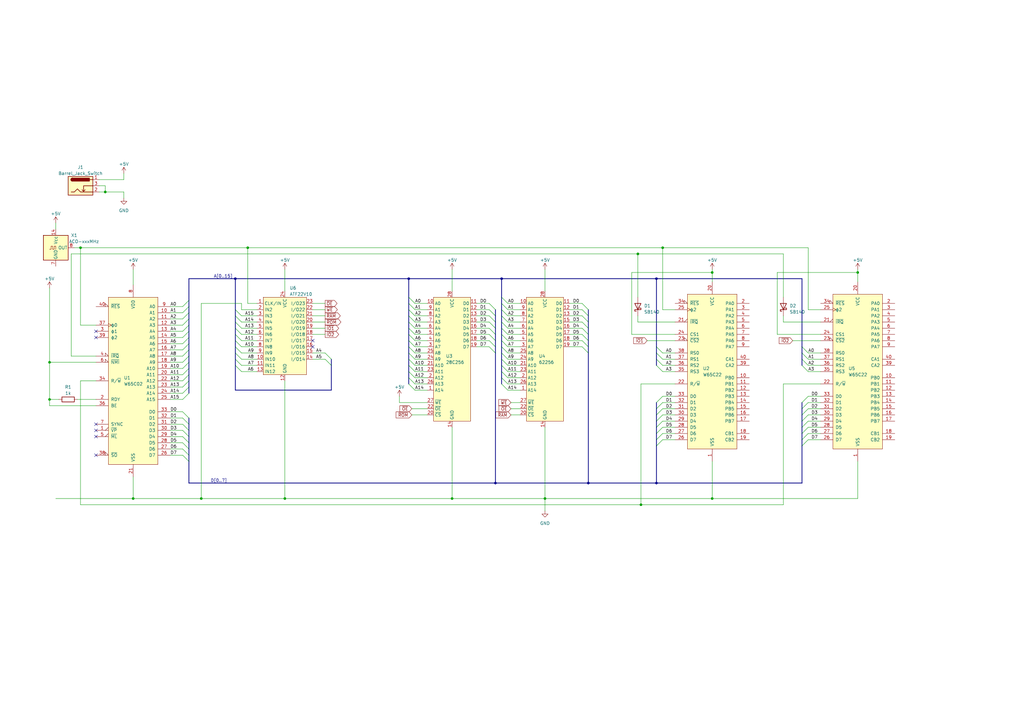
<source format=kicad_sch>
(kicad_sch (version 20230121) (generator eeschema)
  (paper "A3")
  (lib_symbols
    (symbol "28C256_1"
      (property "Reference" "U3" (at 1.9559 29.21 0))
      (property "Value" "28C256" (at 1.9559 26.67 0))
      (symbol "28C256_1_1_1"
        (rectangle (start -7.62 25.4) (end 7.62 -25.4) (fill (type background)))
        (pin input line (at -10.16 -12.7 0) (length 2.54) (name "A14") (number "1"))
        (pin input line (at -10.16 22.86 0) (length 2.54) (name "A0") (number "10"))
        (pin tri_state line (at 10.16 22.86 180) (length 2.54) (name "D0") (number "11"))
        (pin tri_state line (at 10.16 20.32 180) (length 2.54) (name "D1") (number "12"))
        (pin tri_state line (at 10.16 17.78 180) (length 2.54) (name "D2") (number "13"))
        (pin power_in line (at 0 -27.94 90) (length 2.54) (name "GND") (number "14"))
        (pin tri_state line (at 10.16 15.24 180) (length 2.54) (name "D3") (number "15"))
        (pin tri_state line (at 10.16 12.7 180) (length 2.54) (name "D4") (number "16"))
        (pin tri_state line (at 10.16 10.16 180) (length 2.54) (name "D5") (number "17"))
        (pin tri_state line (at 10.16 7.62 180) (length 2.54) (name "D6") (number "18"))
        (pin tri_state line (at 10.16 5.08 180) (length 2.54) (name "D7") (number "19"))
        (pin input line (at -10.16 -7.62 0) (length 2.54) (name "A12") (number "2"))
        (pin input line (at -10.16 -22.86 0) (length 2.54) (name "~{CS}") (number "20"))
        (pin input line (at -10.16 -2.54 0) (length 2.54) (name "A10") (number "21"))
        (pin input line (at -10.16 -20.32 0) (length 2.54) (name "~{OE}") (number "22"))
        (pin input line (at -10.16 -5.08 0) (length 2.54) (name "A11") (number "23"))
        (pin input line (at -10.16 0 0) (length 2.54) (name "A9") (number "24"))
        (pin input line (at -10.16 2.54 0) (length 2.54) (name "A8") (number "25"))
        (pin input line (at -10.16 -10.16 0) (length 2.54) (name "A13") (number "26"))
        (pin input line (at -10.16 -17.78 0) (length 2.54) (name "~{WE}") (number "27"))
        (pin power_in line (at 0 27.94 270) (length 2.54) (name "VCC") (number "28"))
        (pin input line (at -10.16 5.08 0) (length 2.54) (name "A7") (number "3"))
        (pin input line (at -10.16 7.62 0) (length 2.54) (name "A6") (number "4"))
        (pin input line (at -10.16 10.16 0) (length 2.54) (name "A5") (number "5"))
        (pin input line (at -10.16 12.7 0) (length 2.54) (name "A4") (number "6"))
        (pin input line (at -10.16 15.24 0) (length 2.54) (name "A3") (number "7"))
        (pin input line (at -10.16 17.78 0) (length 2.54) (name "A2") (number "8"))
        (pin input line (at -10.16 20.32 0) (length 2.54) (name "A1") (number "9"))
      )
    )
    (symbol "65xx Library:W65C02SxP" (pin_names (offset 1.016))
      (property "Reference" "U" (at -10.16 35.56 0))
      (property "Value" "W65C02SxP" (at 0 0 90))
      (symbol "W65C02SxP_0_1"
        (rectangle (start -10.16 34.29) (end 10.16 -34.29) (fill (type background)))
      )
      (symbol "W65C02SxP_1_1"
        (pin output output_low (at -15.24 -20.32 0) (length 5.08) (name "~{VP}") (number "1"))
        (pin tri_state line (at 15.24 27.94 180) (length 5.08) (name "A1") (number "10"))
        (pin tri_state line (at 15.24 25.4 180) (length 5.08) (name "A2") (number "11"))
        (pin tri_state line (at 15.24 22.86 180) (length 5.08) (name "A3") (number "12"))
        (pin tri_state line (at 15.24 20.32 180) (length 5.08) (name "A4") (number "13"))
        (pin tri_state line (at 15.24 17.78 180) (length 5.08) (name "A5") (number "14"))
        (pin tri_state line (at 15.24 15.24 180) (length 5.08) (name "A6") (number "15"))
        (pin tri_state line (at 15.24 12.7 180) (length 5.08) (name "A7") (number "16"))
        (pin tri_state line (at 15.24 10.16 180) (length 5.08) (name "A8") (number "17"))
        (pin tri_state line (at 15.24 7.62 180) (length 5.08) (name "A9") (number "18"))
        (pin tri_state line (at 15.24 5.08 180) (length 5.08) (name "A10") (number "19"))
        (pin open_collector line (at -15.24 -7.62 0) (length 5.08) (name "RDY") (number "2"))
        (pin tri_state line (at 15.24 2.54 180) (length 5.08) (name "A11") (number "20"))
        (pin power_in line (at 0 -39.37 90) (length 5.08) (name "VSS") (number "21"))
        (pin tri_state line (at 15.24 0 180) (length 5.08) (name "A12") (number "22"))
        (pin tri_state line (at 15.24 -2.54 180) (length 5.08) (name "A13") (number "23"))
        (pin tri_state line (at 15.24 -5.08 180) (length 5.08) (name "A14") (number "24"))
        (pin tri_state line (at 15.24 -7.62 180) (length 5.08) (name "A15") (number "25"))
        (pin bidirectional line (at 15.24 -30.48 180) (length 5.08) (name "D7") (number "26"))
        (pin bidirectional line (at 15.24 -27.94 180) (length 5.08) (name "D6") (number "27"))
        (pin bidirectional line (at 15.24 -25.4 180) (length 5.08) (name "D5") (number "28"))
        (pin bidirectional line (at 15.24 -22.86 180) (length 5.08) (name "D4") (number "29"))
        (pin output line (at -15.24 20.32 0) (length 5.08) (name "ϕ1") (number "3"))
        (pin bidirectional line (at 15.24 -20.32 180) (length 5.08) (name "D3") (number "30"))
        (pin bidirectional line (at 15.24 -17.78 180) (length 5.08) (name "D2") (number "31"))
        (pin bidirectional line (at 15.24 -15.24 180) (length 5.08) (name "D1") (number "32"))
        (pin bidirectional line (at 15.24 -12.7 180) (length 5.08) (name "D0") (number "33"))
        (pin tri_state line (at -15.24 0 0) (length 5.08) (name "R/~{W}") (number "34"))
        (pin no_connect non_logic (at -10.16 -27.94 0) (length 2.54) hide (name "nc") (number "35"))
        (pin input line (at -15.24 -10.16 0) (length 5.08) (name "BE") (number "36"))
        (pin input clock (at -15.24 22.86 0) (length 5.08) (name "ϕ0") (number "37"))
        (pin input input_low (at -15.24 -30.48 0) (length 5.08) (name "~{SO}") (number "38"))
        (pin output line (at -15.24 17.78 0) (length 5.08) (name "ϕ2") (number "39"))
        (pin input input_low (at -15.24 10.16 0) (length 5.08) (name "~{IRQ}") (number "4"))
        (pin input input_low (at -15.24 30.48 0) (length 5.08) (name "~{RES}") (number "40"))
        (pin output output_low (at -15.24 -22.86 0) (length 5.08) (name "~{ML}") (number "5"))
        (pin input input_low (at -15.24 7.62 0) (length 5.08) (name "~{NMI}") (number "6"))
        (pin output line (at -15.24 -17.78 0) (length 5.08) (name "SYNC") (number "7"))
        (pin power_in line (at 0 39.37 270) (length 5.08) (name "VDD") (number "8"))
        (pin tri_state line (at 15.24 30.48 180) (length 5.08) (name "A0") (number "9"))
      )
    )
    (symbol "65xx Library:W65C22SxP" (pin_names (offset 1.016))
      (property "Reference" "U" (at -10.16 33.02 0))
      (property "Value" "W65C22SxP" (at 0 0 90))
      (symbol "W65C22SxP_0_1"
        (rectangle (start -10.16 31.75) (end 10.16 -31.75) (fill (type background)))
      )
      (symbol "W65C22SxP_1_1"
        (pin power_in line (at 0 -36.83 90) (length 5.08) (name "VSS") (number "1"))
        (pin bidirectional line (at 15.24 -2.54 180) (length 5.08) (name "PB0") (number "10"))
        (pin bidirectional line (at 15.24 -5.08 180) (length 5.08) (name "PB1") (number "11"))
        (pin bidirectional line (at 15.24 -7.62 180) (length 5.08) (name "PB2") (number "12"))
        (pin bidirectional line (at 15.24 -10.16 180) (length 5.08) (name "PB3") (number "13"))
        (pin bidirectional line (at 15.24 -12.7 180) (length 5.08) (name "PB4") (number "14"))
        (pin bidirectional line (at 15.24 -15.24 180) (length 5.08) (name "PB5") (number "15"))
        (pin bidirectional line (at 15.24 -17.78 180) (length 5.08) (name "PB6") (number "16"))
        (pin bidirectional line (at 15.24 -20.32 180) (length 5.08) (name "PB7") (number "17"))
        (pin input line (at 15.24 -25.4 180) (length 5.08) (name "CB1") (number "18"))
        (pin bidirectional line (at 15.24 -27.94 180) (length 5.08) (name "CB2") (number "19"))
        (pin bidirectional line (at 15.24 27.94 180) (length 5.08) (name "PA0") (number "2"))
        (pin power_in line (at 0 36.83 270) (length 5.08) (name "VCC") (number "20"))
        (pin output output_low (at -15.24 20.32 0) (length 5.08) (name "~{IRQ}") (number "21"))
        (pin input line (at -15.24 -5.08 0) (length 5.08) (name "R/~{W}") (number "22"))
        (pin input input_low (at -15.24 12.7 0) (length 5.08) (name "~{CS2}") (number "23"))
        (pin input line (at -15.24 15.24 0) (length 5.08) (name "CS1") (number "24"))
        (pin input clock (at -15.24 25.4 0) (length 5.08) (name "ϕ2") (number "25"))
        (pin bidirectional line (at -15.24 -27.94 0) (length 5.08) (name "D7") (number "26"))
        (pin bidirectional line (at -15.24 -25.4 0) (length 5.08) (name "D6") (number "27"))
        (pin bidirectional line (at -15.24 -22.86 0) (length 5.08) (name "D5") (number "28"))
        (pin bidirectional line (at -15.24 -20.32 0) (length 5.08) (name "D4") (number "29"))
        (pin bidirectional line (at 15.24 25.4 180) (length 5.08) (name "PA1") (number "3"))
        (pin bidirectional line (at -15.24 -17.78 0) (length 5.08) (name "D3") (number "30"))
        (pin bidirectional line (at -15.24 -15.24 0) (length 5.08) (name "D2") (number "31"))
        (pin bidirectional line (at -15.24 -12.7 0) (length 5.08) (name "D1") (number "32"))
        (pin bidirectional line (at -15.24 -10.16 0) (length 5.08) (name "D0") (number "33"))
        (pin input input_low (at -15.24 27.94 0) (length 5.08) (name "~{RES}") (number "34"))
        (pin input line (at -15.24 0 0) (length 5.08) (name "RS3") (number "35"))
        (pin input line (at -15.24 2.54 0) (length 5.08) (name "RS2") (number "36"))
        (pin input line (at -15.24 5.08 0) (length 5.08) (name "RS1") (number "37"))
        (pin input line (at -15.24 7.62 0) (length 5.08) (name "RS0") (number "38"))
        (pin bidirectional line (at 15.24 2.54 180) (length 5.08) (name "CA2") (number "39"))
        (pin bidirectional line (at 15.24 22.86 180) (length 5.08) (name "PA2") (number "4"))
        (pin input line (at 15.24 5.08 180) (length 5.08) (name "CA1") (number "40"))
        (pin bidirectional line (at 15.24 20.32 180) (length 5.08) (name "PA3") (number "5"))
        (pin bidirectional line (at 15.24 17.78 180) (length 5.08) (name "PA4") (number "6"))
        (pin bidirectional line (at 15.24 15.24 180) (length 5.08) (name "PA5") (number "7"))
        (pin bidirectional line (at 15.24 12.7 180) (length 5.08) (name "PA6") (number "8"))
        (pin bidirectional line (at 15.24 10.16 180) (length 5.08) (name "PA7") (number "9"))
      )
    )
    (symbol "ATF:ATF22V10"
      (property "Reference" "U6" (at 7.0359 17.78 0))
      (property "Value" "ATF22V10" (at 7.0359 15.24 0))
      (symbol "ATF22V10_1_1"
        (rectangle (start -3.81 13.97) (end 13.97 -17.78) (fill (type background)))
        (pin input line (at -6.35 11.43 0) (length 2.54) (name "CLK/IN") (number "1"))
        (pin input line (at -6.35 -11.43 0) (length 2.54) (name "IN10") (number "10"))
        (pin input line (at -6.35 -13.97 0) (length 2.54) (name "IN11") (number "11"))
        (pin power_in line (at 5.08 -20.32 90) (length 2.54) (name "GND") (number "12"))
        (pin input line (at -6.35 -16.51 0) (length 2.54) (name "IN12") (number "13"))
        (pin bidirectional line (at 16.51 -11.43 180) (length 2.54) (name "I/O14") (number "14"))
        (pin bidirectional line (at 16.51 -8.89 180) (length 2.54) (name "I/O15") (number "15"))
        (pin bidirectional line (at 16.51 -6.35 180) (length 2.54) (name "I/O16") (number "16"))
        (pin bidirectional line (at 16.51 -3.81 180) (length 2.54) (name "I/O17") (number "17"))
        (pin bidirectional line (at 16.51 -1.27 180) (length 2.54) (name "I/O18") (number "18"))
        (pin bidirectional line (at 16.51 1.27 180) (length 2.54) (name "I/O19") (number "19"))
        (pin input line (at -6.35 8.89 0) (length 2.54) (name "IN2") (number "2"))
        (pin bidirectional line (at 16.51 3.81 180) (length 2.54) (name "I/O20") (number "20"))
        (pin bidirectional line (at 16.51 6.35 180) (length 2.54) (name "I/O21") (number "21"))
        (pin bidirectional line (at 16.51 8.89 180) (length 2.54) (name "I/O22") (number "22"))
        (pin bidirectional line (at 16.51 11.43 180) (length 2.54) (name "I/O23") (number "23"))
        (pin power_in line (at 5.08 16.51 270) (length 2.54) (name "VCC") (number "24"))
        (pin input line (at -6.35 6.35 0) (length 2.54) (name "IN3") (number "3"))
        (pin input line (at -6.35 3.81 0) (length 2.54) (name "IN4") (number "4"))
        (pin input line (at -6.35 1.27 0) (length 2.54) (name "IN5") (number "5"))
        (pin input line (at -6.35 -1.27 0) (length 2.54) (name "IN6") (number "6"))
        (pin input line (at -6.35 -3.81 0) (length 2.54) (name "IN7") (number "7"))
        (pin input line (at -6.35 -6.35 0) (length 2.54) (name "IN8") (number "8"))
        (pin input line (at -6.35 -8.89 0) (length 2.54) (name "IN9") (number "9"))
      )
    )
    (symbol "Connector:Barrel_Jack_Switch" (pin_names hide)
      (property "Reference" "J" (at 0 5.334 0))
      (property "Value" "Barrel_Jack_Switch" (at 0 -5.08 0))
      (symbol "Barrel_Jack_Switch_0_1"
        (rectangle (start -5.08 3.81) (end 5.08 -3.81) (stroke (width 0.254)) (fill (type background)))
        (arc (start -3.302 3.175) (mid -3.9343 2.54) (end -3.302 1.905) (stroke (width 0.254)))
        (arc (start -3.302 3.175) (mid -3.9343 2.54) (end -3.302 1.905) (stroke (width 0.254)) (fill (type outline)))
        (polyline (pts (xy 1.27 -2.286) (xy 1.905 -1.651)) (stroke (width 0.254)))
        (polyline (pts (xy 5.08 2.54) (xy 3.81 2.54)) (stroke (width 0.254)))
        (polyline (pts (xy 5.08 0) (xy 1.27 0) (xy 1.27 -2.286) (xy 0.635 -1.651)) (stroke (width 0.254)))
        (polyline (pts (xy -3.81 -2.54) (xy -2.54 -2.54) (xy -1.27 -1.27) (xy 0 -2.54) (xy 2.54 -2.54) (xy 5.08 -2.54)) (stroke (width 0.254)))
        (rectangle (start 3.683 3.175) (end -3.302 1.905) (stroke (width 0.254)) (fill (type outline)))
      )
      (symbol "Barrel_Jack_Switch_1_1"
        (pin passive line (at 7.62 2.54 180) (length 2.54) (name "~") (number "1"))
        (pin passive line (at 7.62 -2.54 180) (length 2.54) (name "~") (number "2"))
        (pin passive line (at 7.62 0 180) (length 2.54) (name "~") (number "3"))
      )
    )
    (symbol "Device:R" (pin_numbers hide) (pin_names (offset 0))
      (property "Reference" "R" (at 2.032 0 90))
      (property "Value" "R" (at 0 0 90))
      (symbol "R_0_1"
        (rectangle (start -1.016 -2.54) (end 1.016 2.54) (stroke (width 0.254)))
      )
      (symbol "R_1_1"
        (pin passive line (at 0 3.81 270) (length 1.27) (name "~") (number "1"))
        (pin passive line (at 0 -3.81 90) (length 1.27) (name "~") (number "2"))
      )
    )
    (symbol "Diode:SB140" (pin_numbers hide) (pin_names (offset 1.016) hide)
      (property "Reference" "D" (at 0 2.54 0))
      (property "Value" "SB140" (at 0 -2.54 0))
      (symbol "SB140_0_1"
        (polyline (pts (xy 1.27 0) (xy -1.27 0)))
        (polyline (pts (xy 1.27 1.27) (xy 1.27 -1.27) (xy -1.27 0) (xy 1.27 1.27)) (stroke (width 0.254)))
        (polyline (pts (xy -1.905 0.635) (xy -1.905 1.27) (xy -1.27 1.27) (xy -1.27 -1.27) (xy -0.635 -1.27) (xy -0.635 -0.635)) (stroke (width 0.254)))
      )
      (symbol "SB140_1_1"
        (pin passive line (at -3.81 0 0) (length 2.54) (name "K") (number "1"))
        (pin passive line (at 3.81 0 180) (length 2.54) (name "A") (number "2"))
      )
    )
    (symbol "Memory_EEPROM:28C256"
      (property "Reference" "U4" (at 1.9559 29.21 0))
      (property "Value" "62256" (at 1.9559 26.67 0))
      (symbol "28C256_1_1"
        (rectangle (start -7.62 25.4) (end 7.62 -25.4) (fill (type background)))
        (pin input line (at -10.16 -12.7 0) (length 2.54) (name "A14") (number "1"))
        (pin input line (at -10.16 22.86 0) (length 2.54) (name "A0") (number "10"))
        (pin tri_state line (at 10.16 22.86 180) (length 2.54) (name "D0") (number "11"))
        (pin tri_state line (at 10.16 20.32 180) (length 2.54) (name "D1") (number "12"))
        (pin tri_state line (at 10.16 17.78 180) (length 2.54) (name "D2") (number "13"))
        (pin power_in line (at 0 -27.94 90) (length 2.54) (name "GND") (number "14"))
        (pin tri_state line (at 10.16 15.24 180) (length 2.54) (name "D3") (number "15"))
        (pin tri_state line (at 10.16 12.7 180) (length 2.54) (name "D4") (number "16"))
        (pin tri_state line (at 10.16 10.16 180) (length 2.54) (name "D5") (number "17"))
        (pin tri_state line (at 10.16 7.62 180) (length 2.54) (name "D6") (number "18"))
        (pin tri_state line (at 10.16 5.08 180) (length 2.54) (name "D7") (number "19"))
        (pin input line (at -10.16 -7.62 0) (length 2.54) (name "A12") (number "2"))
        (pin input line (at -10.16 -22.86 0) (length 2.54) (name "~{CS}") (number "20"))
        (pin input line (at -10.16 -2.54 0) (length 2.54) (name "A10") (number "21"))
        (pin input line (at -10.16 -20.32 0) (length 2.54) (name "~{OE}") (number "22"))
        (pin input line (at -10.16 -5.08 0) (length 2.54) (name "A11") (number "23"))
        (pin input line (at -10.16 0 0) (length 2.54) (name "A9") (number "24"))
        (pin input line (at -10.16 2.54 0) (length 2.54) (name "A8") (number "25"))
        (pin input line (at -10.16 -10.16 0) (length 2.54) (name "A13") (number "26"))
        (pin input line (at -10.16 -17.78 0) (length 2.54) (name "~{WE}") (number "27"))
        (pin power_in line (at 0 27.94 270) (length 2.54) (name "VCC") (number "28"))
        (pin input line (at -10.16 5.08 0) (length 2.54) (name "A7") (number "3"))
        (pin input line (at -10.16 7.62 0) (length 2.54) (name "A6") (number "4"))
        (pin input line (at -10.16 10.16 0) (length 2.54) (name "A5") (number "5"))
        (pin input line (at -10.16 12.7 0) (length 2.54) (name "A4") (number "6"))
        (pin input line (at -10.16 15.24 0) (length 2.54) (name "A3") (number "7"))
        (pin input line (at -10.16 17.78 0) (length 2.54) (name "A2") (number "8"))
        (pin input line (at -10.16 20.32 0) (length 2.54) (name "A1") (number "9"))
      )
    )
    (symbol "Oscillator:ACO-xxxMHz" (pin_names (offset 0.254))
      (property "Reference" "X" (at -5.08 6.35 0))
      (property "Value" "ACO-xxxMHz" (at 1.27 -6.35 0))
      (symbol "ACO-xxxMHz_0_1"
        (rectangle (start -5.08 5.08) (end 5.08 -5.08) (stroke (width 0.254)) (fill (type background)))
        (polyline (pts (xy -2.54 -0.635) (xy -1.905 -0.635) (xy -1.905 0.635) (xy -1.27 0.635) (xy -1.27 -0.635) (xy -0.635 -0.635) (xy -0.635 0.635) (xy 0 0.635) (xy 0 -0.635)))
      )
      (symbol "ACO-xxxMHz_1_1"
        (pin no_connect line (at -5.08 2.54 0) (length 2.54) hide (name "NC") (number "1"))
        (pin power_in line (at 0 7.62 270) (length 2.54) (name "Vcc") (number "14"))
        (pin power_in line (at 0 -7.62 90) (length 2.54) (name "GND") (number "7"))
        (pin output line (at 7.62 0 180) (length 2.54) (name "OUT") (number "8"))
      )
    )
    (symbol "power:+5V" (power) (pin_names (offset 0))
      (property "Value" "+5V" (at 0 3.556 0))
      (symbol "+5V_0_1"
        (polyline (pts (xy -0.762 1.27) (xy 0 2.54)))
        (polyline (pts (xy 0 0) (xy 0 2.54)))
        (polyline (pts (xy 0 2.54) (xy 0.762 1.27)))
      )
      (symbol "+5V_1_1"
        (pin power_in line (at 0 0 90) (length 0) hide (name "+5V") (number "1"))
      )
    )
    (symbol "power:GND" (power) (pin_names (offset 0))
      (property "Value" "GND" (at 0 -3.81 0))
      (symbol "GND_0_1"
        (polyline (pts (xy 0 0) (xy 0 -1.27) (xy 1.27 -1.27) (xy 0 -2.54) (xy -1.27 -1.27) (xy 0 -1.27)))
      )
      (symbol "GND_1_1"
        (pin power_in line (at 0 0 270) (length 0) hide (name "GND") (number "1"))
      )
    )
  )
  (junction (at 96.52 114.3))
  (junction (at 20.32 148.59))
  (junction (at 20.32 163.83))
  (junction (at 271.78 101.6))
  (junction (at 82.55 204.47))
  (junction (at 167.64 114.3))
  (junction (at 205.74 114.3))
  (junction (at 261.62 104.14))
  (junction (at 203.2 198.12))
  (junction (at 292.1 111.76))
  (junction (at 43.18 78.74))
  (junction (at 351.79 111.76))
  (junction (at 116.84 204.47))
  (junction (at 185.42 204.47))
  (junction (at 241.3 198.12))
  (junction (at 262.89 207.01))
  (junction (at 223.52 204.47))
  (junction (at 101.6 101.6))
  (junction (at 269.24 114.3))
  (junction (at 54.61 204.47))
  (junction (at 33.02 101.6))
  (junction (at 269.24 198.12))
  (junction (at 292.1 204.47))
  (no_connect (at 39.37 176.53))
  (no_connect (at 39.37 173.99))
  (no_connect (at 39.37 138.43))
  (no_connect (at 39.37 135.89))
  (no_connect (at 39.37 186.69))
  (no_connect (at 128.27 139.7))
  (no_connect (at 39.37 179.07))
  (no_connect (at 128.27 142.24))
  (bus_entry (at 170.18 124.46) (size -2.54 -2.54))
  (bus_entry (at 328.93 149.86) (size 2.54 2.54))
  (bus_entry (at 328.93 144.78) (size 2.54 2.54))
  (bus_entry (at 269.24 165.1) (size 2.54 -2.54))
  (bus_entry (at 77.47 181.61) (size -2.54 -2.54))
  (bus_entry (at 269.24 167.64) (size 2.54 -2.54))
  (bus_entry (at 77.47 184.15) (size -2.54 -2.54))
  (bus_entry (at 77.47 171.45) (size -2.54 -2.54))
  (bus_entry (at 167.64 142.24) (size 2.54 2.54))
  (bus_entry (at 74.93 130.81) (size 2.54 -2.54))
  (bus_entry (at 77.47 189.23) (size -2.54 -2.54))
  (bus_entry (at 269.24 144.78) (size 2.54 2.54))
  (bus_entry (at 205.74 147.32) (size 2.54 2.54))
  (bus_entry (at 96.52 144.78) (size 2.54 2.54))
  (bus_entry (at 269.24 182.88) (size 2.54 -2.54))
  (bus_entry (at 74.93 156.21) (size 2.54 -2.54))
  (bus_entry (at 238.76 124.46) (size 2.54 2.54))
  (bus_entry (at 74.93 148.59) (size 2.54 -2.54))
  (bus_entry (at 328.93 165.1) (size 2.54 -2.54))
  (bus_entry (at 77.47 186.69) (size -2.54 -2.54))
  (bus_entry (at 205.74 144.78) (size 2.54 2.54))
  (bus_entry (at 205.74 127) (size 2.54 2.54))
  (bus_entry (at 96.52 137.16) (size 2.54 2.54))
  (bus_entry (at 74.93 133.35) (size 2.54 -2.54))
  (bus_entry (at 170.18 127) (size -2.54 -2.54))
  (bus_entry (at 74.93 138.43) (size 2.54 -2.54))
  (bus_entry (at 200.66 137.16) (size 2.54 2.54))
  (bus_entry (at 238.76 137.16) (size 2.54 2.54))
  (bus_entry (at 200.66 129.54) (size 2.54 2.54))
  (bus_entry (at 96.52 142.24) (size 2.54 2.54))
  (bus_entry (at 328.93 177.8) (size 2.54 -2.54))
  (bus_entry (at 205.74 129.54) (size 2.54 2.54))
  (bus_entry (at 170.18 139.7) (size -2.54 -2.54))
  (bus_entry (at 96.52 132.08) (size 2.54 2.54))
  (bus_entry (at 96.52 127) (size 2.54 2.54))
  (bus_entry (at 205.74 157.48) (size 2.54 2.54))
  (bus_entry (at 328.93 167.64) (size 2.54 -2.54))
  (bus_entry (at 269.24 177.8) (size 2.54 -2.54))
  (bus_entry (at 200.66 139.7) (size 2.54 2.54))
  (bus_entry (at 205.74 149.86) (size 2.54 2.54))
  (bus_entry (at 74.93 151.13) (size 2.54 -2.54))
  (bus_entry (at 328.93 175.26) (size 2.54 -2.54))
  (bus_entry (at 328.93 147.32) (size 2.54 2.54))
  (bus_entry (at 238.76 134.62) (size 2.54 2.54))
  (bus_entry (at 74.93 143.51) (size 2.54 -2.54))
  (bus_entry (at 205.74 137.16) (size 2.54 2.54))
  (bus_entry (at 77.47 173.99) (size -2.54 -2.54))
  (bus_entry (at 200.66 124.46) (size 2.54 2.54))
  (bus_entry (at 238.76 129.54) (size 2.54 2.54))
  (bus_entry (at 328.93 172.72) (size 2.54 -2.54))
  (bus_entry (at 96.52 134.62) (size 2.54 2.54))
  (bus_entry (at 238.76 139.7) (size 2.54 2.54))
  (bus_entry (at 205.74 139.7) (size 2.54 2.54))
  (bus_entry (at 200.66 142.24) (size 2.54 2.54))
  (bus_entry (at 328.93 180.34) (size 2.54 -2.54))
  (bus_entry (at 269.24 175.26) (size 2.54 -2.54))
  (bus_entry (at 205.74 134.62) (size 2.54 2.54))
  (bus_entry (at 74.93 163.83) (size 2.54 -2.54))
  (bus_entry (at 269.24 170.18) (size 2.54 -2.54))
  (bus_entry (at 170.18 134.62) (size -2.54 -2.54))
  (bus_entry (at 74.93 153.67) (size 2.54 -2.54))
  (bus_entry (at 269.24 180.34) (size 2.54 -2.54))
  (bus_entry (at 167.64 139.7) (size 2.54 2.54))
  (bus_entry (at 74.93 125.73) (size 2.54 -2.54))
  (bus_entry (at 74.93 161.29) (size 2.54 -2.54))
  (bus_entry (at 96.52 139.7) (size 2.54 2.54))
  (bus_entry (at 200.66 134.62) (size 2.54 2.54))
  (bus_entry (at 167.64 154.94) (size 2.54 2.54))
  (bus_entry (at 269.24 147.32) (size 2.54 2.54))
  (bus_entry (at 133.35 147.32) (size 2.54 2.54))
  (bus_entry (at 205.74 124.46) (size 2.54 2.54))
  (bus_entry (at 269.24 149.86) (size 2.54 2.54))
  (bus_entry (at 205.74 132.08) (size 2.54 2.54))
  (bus_entry (at 328.93 182.88) (size 2.54 -2.54))
  (bus_entry (at 269.24 172.72) (size 2.54 -2.54))
  (bus_entry (at 96.52 129.54) (size 2.54 2.54))
  (bus_entry (at 74.93 140.97) (size 2.54 -2.54))
  (bus_entry (at 205.74 142.24) (size 2.54 2.54))
  (bus_entry (at 170.18 137.16) (size -2.54 -2.54))
  (bus_entry (at 238.76 142.24) (size 2.54 2.54))
  (bus_entry (at 77.47 179.07) (size -2.54 -2.54))
  (bus_entry (at 167.64 144.78) (size 2.54 2.54))
  (bus_entry (at 167.64 157.48) (size 2.54 2.54))
  (bus_entry (at 77.47 176.53) (size -2.54 -2.54))
  (bus_entry (at 74.93 128.27) (size 2.54 -2.54))
  (bus_entry (at 238.76 132.08) (size 2.54 2.54))
  (bus_entry (at 167.64 149.86) (size 2.54 2.54))
  (bus_entry (at 200.66 127) (size 2.54 2.54))
  (bus_entry (at 205.74 152.4) (size 2.54 2.54))
  (bus_entry (at 328.93 142.24) (size 2.54 2.54))
  (bus_entry (at 96.52 149.86) (size 2.54 2.54))
  (bus_entry (at 74.93 135.89) (size 2.54 -2.54))
  (bus_entry (at 205.74 121.92) (size 2.54 2.54))
  (bus_entry (at 205.74 154.94) (size 2.54 2.54))
  (bus_entry (at 74.93 146.05) (size 2.54 -2.54))
  (bus_entry (at 96.52 147.32) (size 2.54 2.54))
  (bus_entry (at 74.93 158.75) (size 2.54 -2.54))
  (bus_entry (at 133.35 144.78) (size 2.54 2.54))
  (bus_entry (at 269.24 142.24) (size 2.54 2.54))
  (bus_entry (at 167.64 147.32) (size 2.54 2.54))
  (bus_entry (at 170.18 129.54) (size -2.54 -2.54))
  (bus_entry (at 238.76 127) (size 2.54 2.54))
  (bus_entry (at 167.64 152.4) (size 2.54 2.54))
  (bus_entry (at 170.18 132.08) (size -2.54 -2.54))
  (bus_entry (at 200.66 132.08) (size 2.54 2.54))
  (bus_entry (at 328.93 170.18) (size 2.54 -2.54))
  (wire (pts (xy 116.84 110.49) (xy 116.84 119.38)))
  (bus (pts (xy 77.47 151.13) (xy 77.47 148.59)))
  (wire (pts (xy 39.37 133.35) (xy 33.02 133.35)))
  (bus (pts (xy 167.64 134.62) (xy 167.64 137.16)))
  (wire (pts (xy 43.18 78.74) (xy 50.8 78.74)))
  (bus (pts (xy 203.2 132.08) (xy 203.2 134.62)))
  (wire (pts (xy 292.1 110.49) (xy 292.1 111.76)))
  (wire (pts (xy 29.21 104.14) (xy 29.21 146.05)))
  (wire (pts (xy 170.18 157.48) (xy 175.26 157.48)))
  (wire (pts (xy 170.18 134.62) (xy 175.26 134.62)))
  (bus (pts (xy 77.47 189.23) (xy 77.47 198.12)))
  (bus (pts (xy 269.24 114.3) (xy 328.93 114.3)))
  (bus (pts (xy 269.24 165.1) (xy 269.24 167.64)))
  (wire (pts (xy 43.18 76.2) (xy 43.18 78.74)))
  (bus (pts (xy 328.93 144.78) (xy 328.93 147.32)))
  (wire (pts (xy 223.52 175.26) (xy 223.52 204.47)))
  (wire (pts (xy 128.27 129.54) (xy 133.35 129.54)))
  (bus (pts (xy 241.3 142.24) (xy 241.3 144.78)))
  (wire (pts (xy 54.61 195.58) (xy 54.61 204.47)))
  (wire (pts (xy 208.28 132.08) (xy 213.36 132.08)))
  (wire (pts (xy 22.86 204.47) (xy 54.61 204.47)))
  (bus (pts (xy 203.2 137.16) (xy 203.2 139.7)))
  (wire (pts (xy 20.32 166.37) (xy 39.37 166.37)))
  (wire (pts (xy 271.78 144.78) (xy 276.86 144.78)))
  (bus (pts (xy 205.74 152.4) (xy 205.74 154.94)))
  (bus (pts (xy 269.24 167.64) (xy 269.24 170.18)))
  (bus (pts (xy 96.52 129.54) (xy 96.52 132.08)))
  (wire (pts (xy 208.28 142.24) (xy 213.36 142.24)))
  (wire (pts (xy 185.42 204.47) (xy 223.52 204.47)))
  (wire (pts (xy 40.64 78.74) (xy 43.18 78.74)))
  (wire (pts (xy 22.86 91.44) (xy 22.86 93.98)))
  (bus (pts (xy 205.74 149.86) (xy 205.74 152.4)))
  (wire (pts (xy 69.85 140.97) (xy 74.93 140.97)))
  (wire (pts (xy 99.06 152.4) (xy 105.41 152.4)))
  (wire (pts (xy 170.18 124.46) (xy 175.26 124.46)))
  (bus (pts (xy 205.74 147.32) (xy 205.74 149.86)))
  (wire (pts (xy 99.06 144.78) (xy 105.41 144.78)))
  (bus (pts (xy 96.52 144.78) (xy 96.52 147.32)))
  (wire (pts (xy 195.58 139.7) (xy 200.66 139.7)))
  (wire (pts (xy 69.85 148.59) (xy 74.93 148.59)))
  (wire (pts (xy 170.18 142.24) (xy 175.26 142.24)))
  (bus (pts (xy 77.47 146.05) (xy 77.47 143.51)))
  (wire (pts (xy 170.18 132.08) (xy 175.26 132.08)))
  (wire (pts (xy 69.85 168.91) (xy 74.93 168.91)))
  (wire (pts (xy 208.28 127) (xy 213.36 127)))
  (wire (pts (xy 128.27 144.78) (xy 133.35 144.78)))
  (wire (pts (xy 101.6 101.6) (xy 271.78 101.6)))
  (bus (pts (xy 77.47 133.35) (xy 77.47 130.81)))
  (wire (pts (xy 33.02 101.6) (xy 101.6 101.6)))
  (wire (pts (xy 50.8 71.12) (xy 50.8 73.66)))
  (wire (pts (xy 271.78 177.8) (xy 276.86 177.8)))
  (bus (pts (xy 77.47 128.27) (xy 77.47 125.73)))
  (bus (pts (xy 328.93 165.1) (xy 328.93 167.64)))
  (wire (pts (xy 351.79 204.47) (xy 351.79 189.23)))
  (wire (pts (xy 69.85 179.07) (xy 74.93 179.07)))
  (bus (pts (xy 167.64 149.86) (xy 167.64 152.4)))
  (wire (pts (xy 128.27 147.32) (xy 133.35 147.32)))
  (bus (pts (xy 241.3 198.12) (xy 269.24 198.12)))
  (wire (pts (xy 54.61 110.49) (xy 54.61 116.84)))
  (wire (pts (xy 163.83 165.1) (xy 175.26 165.1)))
  (wire (pts (xy 321.31 157.48) (xy 336.55 157.48)))
  (wire (pts (xy 170.18 139.7) (xy 175.26 139.7)))
  (bus (pts (xy 269.24 182.88) (xy 269.24 198.12)))
  (wire (pts (xy 331.47 127) (xy 336.55 127)))
  (bus (pts (xy 96.52 147.32) (xy 96.52 149.86)))
  (bus (pts (xy 77.47 198.12) (xy 203.2 198.12)))
  (bus (pts (xy 77.47 138.43) (xy 77.47 135.89)))
  (bus (pts (xy 205.74 121.92) (xy 205.74 124.46)))
  (wire (pts (xy 208.28 160.02) (xy 213.36 160.02)))
  (bus (pts (xy 328.93 180.34) (xy 328.93 182.88)))
  (wire (pts (xy 69.85 156.21) (xy 74.93 156.21)))
  (bus (pts (xy 205.74 139.7) (xy 205.74 142.24)))
  (wire (pts (xy 40.64 76.2) (xy 43.18 76.2)))
  (wire (pts (xy 20.32 118.11) (xy 20.32 148.59)))
  (wire (pts (xy 331.47 172.72) (xy 336.55 172.72)))
  (bus (pts (xy 269.24 114.3) (xy 269.24 142.24)))
  (bus (pts (xy 241.3 137.16) (xy 241.3 139.7)))
  (bus (pts (xy 205.74 137.16) (xy 205.74 139.7)))
  (wire (pts (xy 259.08 137.16) (xy 276.86 137.16)))
  (wire (pts (xy 33.02 156.21) (xy 33.02 207.01)))
  (bus (pts (xy 269.24 198.12) (xy 328.93 198.12)))
  (wire (pts (xy 128.27 132.08) (xy 133.35 132.08)))
  (wire (pts (xy 99.06 149.86) (xy 105.41 149.86)))
  (bus (pts (xy 328.93 167.64) (xy 328.93 170.18)))
  (bus (pts (xy 77.47 125.73) (xy 77.47 123.19)))
  (wire (pts (xy 208.28 144.78) (xy 213.36 144.78)))
  (bus (pts (xy 96.52 127) (xy 96.52 129.54)))
  (wire (pts (xy 208.28 137.16) (xy 213.36 137.16)))
  (wire (pts (xy 209.55 167.64) (xy 213.36 167.64)))
  (bus (pts (xy 328.93 172.72) (xy 328.93 175.26)))
  (bus (pts (xy 203.2 142.24) (xy 203.2 144.78)))
  (bus (pts (xy 328.93 175.26) (xy 328.93 177.8)))
  (wire (pts (xy 271.78 101.6) (xy 271.78 127)))
  (wire (pts (xy 271.78 101.6) (xy 331.47 101.6)))
  (bus (pts (xy 96.52 142.24) (xy 96.52 144.78)))
  (bus (pts (xy 77.47 130.81) (xy 77.47 128.27)))
  (wire (pts (xy 223.52 204.47) (xy 292.1 204.47)))
  (wire (pts (xy 128.27 124.46) (xy 133.35 124.46)))
  (wire (pts (xy 351.79 111.76) (xy 318.77 111.76)))
  (wire (pts (xy 223.52 204.47) (xy 223.52 209.55)))
  (wire (pts (xy 259.08 111.76) (xy 259.08 137.16)))
  (wire (pts (xy 69.85 125.73) (xy 74.93 125.73)))
  (wire (pts (xy 29.21 146.05) (xy 39.37 146.05)))
  (wire (pts (xy 33.02 101.6) (xy 30.48 101.6)))
  (bus (pts (xy 135.89 149.86) (xy 135.89 160.02)))
  (wire (pts (xy 195.58 134.62) (xy 200.66 134.62)))
  (wire (pts (xy 271.78 172.72) (xy 276.86 172.72)))
  (wire (pts (xy 170.18 160.02) (xy 175.26 160.02)))
  (wire (pts (xy 331.47 149.86) (xy 336.55 149.86)))
  (wire (pts (xy 262.89 157.48) (xy 276.86 157.48)))
  (bus (pts (xy 96.52 134.62) (xy 96.52 137.16)))
  (wire (pts (xy 101.6 124.46) (xy 105.41 124.46)))
  (wire (pts (xy 40.64 73.66) (xy 50.8 73.66)))
  (wire (pts (xy 82.55 204.47) (xy 82.55 124.46)))
  (bus (pts (xy 269.24 142.24) (xy 269.24 144.78)))
  (wire (pts (xy 69.85 161.29) (xy 74.93 161.29)))
  (wire (pts (xy 170.18 149.86) (xy 175.26 149.86)))
  (bus (pts (xy 77.47 173.99) (xy 77.47 176.53)))
  (wire (pts (xy 69.85 143.51) (xy 74.93 143.51)))
  (wire (pts (xy 321.31 132.08) (xy 336.55 132.08)))
  (bus (pts (xy 135.89 147.32) (xy 135.89 149.86)))
  (wire (pts (xy 39.37 156.21) (xy 33.02 156.21)))
  (wire (pts (xy 69.85 135.89) (xy 74.93 135.89)))
  (wire (pts (xy 69.85 173.99) (xy 74.93 173.99)))
  (wire (pts (xy 99.06 139.7) (xy 105.41 139.7)))
  (bus (pts (xy 167.64 114.3) (xy 167.64 121.92)))
  (wire (pts (xy 233.68 134.62) (xy 238.76 134.62)))
  (wire (pts (xy 233.68 132.08) (xy 238.76 132.08)))
  (wire (pts (xy 331.47 152.4) (xy 336.55 152.4)))
  (bus (pts (xy 328.93 170.18) (xy 328.93 172.72)))
  (bus (pts (xy 269.24 144.78) (xy 269.24 147.32)))
  (wire (pts (xy 20.32 163.83) (xy 20.32 166.37)))
  (bus (pts (xy 269.24 147.32) (xy 269.24 149.86)))
  (wire (pts (xy 99.06 129.54) (xy 105.41 129.54)))
  (bus (pts (xy 203.2 198.12) (xy 241.3 198.12)))
  (bus (pts (xy 167.64 154.94) (xy 167.64 157.48)))
  (bus (pts (xy 96.52 139.7) (xy 96.52 142.24)))
  (bus (pts (xy 269.24 170.18) (xy 269.24 172.72)))
  (wire (pts (xy 318.77 137.16) (xy 336.55 137.16)))
  (wire (pts (xy 209.55 170.18) (xy 213.36 170.18)))
  (wire (pts (xy 20.32 148.59) (xy 20.32 163.83)))
  (wire (pts (xy 170.18 137.16) (xy 175.26 137.16)))
  (wire (pts (xy 82.55 204.47) (xy 116.84 204.47)))
  (bus (pts (xy 96.52 114.3) (xy 167.64 114.3)))
  (bus (pts (xy 77.47 135.89) (xy 77.47 133.35)))
  (bus (pts (xy 328.93 147.32) (xy 328.93 149.86)))
  (wire (pts (xy 33.02 133.35) (xy 33.02 101.6)))
  (bus (pts (xy 77.47 114.3) (xy 96.52 114.3)))
  (bus (pts (xy 241.3 134.62) (xy 241.3 137.16)))
  (wire (pts (xy 99.06 127) (xy 105.41 127)))
  (wire (pts (xy 50.8 78.74) (xy 50.8 81.28)))
  (wire (pts (xy 233.68 139.7) (xy 238.76 139.7)))
  (wire (pts (xy 261.62 132.08) (xy 276.86 132.08)))
  (bus (pts (xy 167.64 121.92) (xy 167.64 124.46)))
  (wire (pts (xy 318.77 111.76) (xy 318.77 137.16)))
  (bus (pts (xy 203.2 127) (xy 203.2 129.54)))
  (wire (pts (xy 99.06 134.62) (xy 105.41 134.62)))
  (wire (pts (xy 128.27 134.62) (xy 133.35 134.62)))
  (wire (pts (xy 208.28 147.32) (xy 213.36 147.32)))
  (wire (pts (xy 351.79 111.76) (xy 351.79 115.57)))
  (wire (pts (xy 209.55 165.1) (xy 213.36 165.1)))
  (bus (pts (xy 167.64 142.24) (xy 167.64 144.78)))
  (wire (pts (xy 208.28 134.62) (xy 213.36 134.62)))
  (wire (pts (xy 69.85 184.15) (xy 74.93 184.15)))
  (wire (pts (xy 265.43 139.7) (xy 276.86 139.7)))
  (wire (pts (xy 261.62 104.14) (xy 261.62 121.92)))
  (wire (pts (xy 271.78 152.4) (xy 276.86 152.4)))
  (wire (pts (xy 99.06 142.24) (xy 105.41 142.24)))
  (bus (pts (xy 203.2 129.54) (xy 203.2 132.08)))
  (wire (pts (xy 195.58 124.46) (xy 200.66 124.46)))
  (wire (pts (xy 69.85 151.13) (xy 74.93 151.13)))
  (wire (pts (xy 128.27 137.16) (xy 133.35 137.16)))
  (wire (pts (xy 208.28 154.94) (xy 213.36 154.94)))
  (wire (pts (xy 325.12 139.7) (xy 336.55 139.7)))
  (bus (pts (xy 203.2 134.62) (xy 203.2 137.16)))
  (bus (pts (xy 167.64 147.32) (xy 167.64 149.86)))
  (bus (pts (xy 77.47 156.21) (xy 77.47 153.67)))
  (wire (pts (xy 163.83 162.56) (xy 163.83 165.1)))
  (wire (pts (xy 82.55 124.46) (xy 99.06 124.46)))
  (wire (pts (xy 351.79 110.49) (xy 351.79 111.76)))
  (wire (pts (xy 271.78 162.56) (xy 276.86 162.56)))
  (bus (pts (xy 96.52 149.86) (xy 96.52 160.02)))
  (bus (pts (xy 167.64 144.78) (xy 167.64 147.32)))
  (wire (pts (xy 195.58 129.54) (xy 200.66 129.54)))
  (wire (pts (xy 208.28 157.48) (xy 213.36 157.48)))
  (bus (pts (xy 77.47 158.75) (xy 77.47 156.21)))
  (bus (pts (xy 77.47 161.29) (xy 77.47 158.75)))
  (bus (pts (xy 205.74 124.46) (xy 205.74 127)))
  (bus (pts (xy 241.3 127) (xy 241.3 129.54)))
  (wire (pts (xy 331.47 165.1) (xy 336.55 165.1)))
  (wire (pts (xy 262.89 207.01) (xy 321.31 207.01)))
  (wire (pts (xy 321.31 207.01) (xy 321.31 157.48)))
  (wire (pts (xy 292.1 111.76) (xy 292.1 115.57)))
  (wire (pts (xy 69.85 146.05) (xy 74.93 146.05)))
  (wire (pts (xy 321.31 104.14) (xy 261.62 104.14)))
  (bus (pts (xy 77.47 140.97) (xy 77.47 138.43)))
  (bus (pts (xy 77.47 171.45) (xy 77.47 173.99)))
  (wire (pts (xy 271.78 167.64) (xy 276.86 167.64)))
  (bus (pts (xy 77.47 123.19) (xy 77.47 114.3)))
  (wire (pts (xy 208.28 124.46) (xy 213.36 124.46)))
  (bus (pts (xy 205.74 132.08) (xy 205.74 134.62)))
  (bus (pts (xy 96.52 160.02) (xy 135.89 160.02)))
  (wire (pts (xy 185.42 204.47) (xy 185.42 175.26)))
  (wire (pts (xy 208.28 129.54) (xy 213.36 129.54)))
  (wire (pts (xy 331.47 170.18) (xy 336.55 170.18)))
  (bus (pts (xy 269.24 175.26) (xy 269.24 177.8)))
  (wire (pts (xy 99.06 132.08) (xy 105.41 132.08)))
  (wire (pts (xy 331.47 177.8) (xy 336.55 177.8)))
  (wire (pts (xy 170.18 144.78) (xy 175.26 144.78)))
  (bus (pts (xy 167.64 124.46) (xy 167.64 127)))
  (wire (pts (xy 69.85 130.81) (xy 74.93 130.81)))
  (bus (pts (xy 205.74 144.78) (xy 205.74 147.32)))
  (wire (pts (xy 208.28 139.7) (xy 213.36 139.7)))
  (wire (pts (xy 116.84 204.47) (xy 185.42 204.47)))
  (wire (pts (xy 195.58 142.24) (xy 200.66 142.24)))
  (bus (pts (xy 205.74 127) (xy 205.74 129.54)))
  (wire (pts (xy 233.68 124.46) (xy 238.76 124.46)))
  (wire (pts (xy 33.02 207.01) (xy 262.89 207.01)))
  (wire (pts (xy 116.84 156.21) (xy 116.84 204.47)))
  (wire (pts (xy 128.27 127) (xy 133.35 127)))
  (wire (pts (xy 271.78 147.32) (xy 276.86 147.32)))
  (bus (pts (xy 269.24 172.72) (xy 269.24 175.26)))
  (bus (pts (xy 77.47 148.59) (xy 77.47 146.05)))
  (wire (pts (xy 168.91 170.18) (xy 175.26 170.18)))
  (wire (pts (xy 69.85 158.75) (xy 74.93 158.75)))
  (bus (pts (xy 167.64 132.08) (xy 167.64 134.62)))
  (wire (pts (xy 195.58 137.16) (xy 200.66 137.16)))
  (wire (pts (xy 185.42 110.49) (xy 185.42 119.38)))
  (bus (pts (xy 203.2 144.78) (xy 203.2 198.12)))
  (wire (pts (xy 321.31 121.92) (xy 321.31 104.14)))
  (bus (pts (xy 328.93 182.88) (xy 328.93 198.12)))
  (wire (pts (xy 20.32 163.83) (xy 24.13 163.83)))
  (wire (pts (xy 233.68 129.54) (xy 238.76 129.54)))
  (wire (pts (xy 331.47 147.32) (xy 336.55 147.32)))
  (wire (pts (xy 170.18 152.4) (xy 175.26 152.4)))
  (wire (pts (xy 170.18 129.54) (xy 175.26 129.54)))
  (bus (pts (xy 241.3 139.7) (xy 241.3 142.24)))
  (bus (pts (xy 241.3 132.08) (xy 241.3 134.62)))
  (bus (pts (xy 205.74 129.54) (xy 205.74 132.08)))
  (bus (pts (xy 241.3 129.54) (xy 241.3 132.08)))
  (bus (pts (xy 77.47 143.51) (xy 77.47 140.97)))
  (wire (pts (xy 331.47 162.56) (xy 336.55 162.56)))
  (wire (pts (xy 271.78 149.86) (xy 276.86 149.86)))
  (wire (pts (xy 292.1 204.47) (xy 351.79 204.47)))
  (wire (pts (xy 69.85 133.35) (xy 74.93 133.35)))
  (wire (pts (xy 69.85 138.43) (xy 74.93 138.43)))
  (wire (pts (xy 233.68 127) (xy 238.76 127)))
  (wire (pts (xy 195.58 127) (xy 200.66 127)))
  (wire (pts (xy 331.47 175.26) (xy 336.55 175.26)))
  (wire (pts (xy 168.91 167.64) (xy 175.26 167.64)))
  (wire (pts (xy 31.75 163.83) (xy 39.37 163.83)))
  (wire (pts (xy 208.28 152.4) (xy 213.36 152.4)))
  (wire (pts (xy 271.78 180.34) (xy 276.86 180.34)))
  (wire (pts (xy 69.85 176.53) (xy 74.93 176.53)))
  (bus (pts (xy 269.24 177.8) (xy 269.24 180.34)))
  (bus (pts (xy 205.74 114.3) (xy 269.24 114.3)))
  (bus (pts (xy 167.64 137.16) (xy 167.64 139.7)))
  (wire (pts (xy 223.52 110.49) (xy 223.52 119.38)))
  (bus (pts (xy 77.47 176.53) (xy 77.47 179.07)))
  (wire (pts (xy 331.47 180.34) (xy 336.55 180.34)))
  (wire (pts (xy 195.58 132.08) (xy 200.66 132.08)))
  (bus (pts (xy 96.52 132.08) (xy 96.52 134.62)))
  (bus (pts (xy 205.74 114.3) (xy 205.74 121.92)))
  (wire (pts (xy 271.78 127) (xy 276.86 127)))
  (bus (pts (xy 205.74 134.62) (xy 205.74 137.16)))
  (wire (pts (xy 69.85 128.27) (xy 74.93 128.27)))
  (wire (pts (xy 321.31 129.54) (xy 321.31 132.08)))
  (wire (pts (xy 292.1 111.76) (xy 259.08 111.76)))
  (wire (pts (xy 261.62 129.54) (xy 261.62 132.08)))
  (bus (pts (xy 96.52 114.3) (xy 96.52 127)))
  (wire (pts (xy 208.28 149.86) (xy 213.36 149.86)))
  (wire (pts (xy 170.18 147.32) (xy 175.26 147.32)))
  (wire (pts (xy 331.47 144.78) (xy 336.55 144.78)))
  (wire (pts (xy 20.32 148.59) (xy 39.37 148.59)))
  (bus (pts (xy 328.93 177.8) (xy 328.93 180.34)))
  (wire (pts (xy 69.85 163.83) (xy 74.93 163.83)))
  (wire (pts (xy 101.6 101.6) (xy 101.6 124.46)))
  (bus (pts (xy 205.74 154.94) (xy 205.74 157.48)))
  (bus (pts (xy 77.47 181.61) (xy 77.47 184.15)))
  (bus (pts (xy 167.64 129.54) (xy 167.64 132.08)))
  (bus (pts (xy 167.64 139.7) (xy 167.64 142.24)))
  (bus (pts (xy 167.64 127) (xy 167.64 129.54)))
  (wire (pts (xy 271.78 175.26) (xy 276.86 175.26)))
  (bus (pts (xy 205.74 142.24) (xy 205.74 144.78)))
  (bus (pts (xy 167.64 152.4) (xy 167.64 154.94)))
  (bus (pts (xy 269.24 180.34) (xy 269.24 182.88)))
  (wire (pts (xy 170.18 127) (xy 175.26 127)))
  (wire (pts (xy 54.61 204.47) (xy 82.55 204.47)))
  (wire (pts (xy 292.1 189.23) (xy 292.1 204.47)))
  (bus (pts (xy 167.64 114.3) (xy 205.74 114.3)))
  (wire (pts (xy 233.68 137.16) (xy 238.76 137.16)))
  (bus (pts (xy 96.52 137.16) (xy 96.52 139.7)))
  (bus (pts (xy 203.2 139.7) (xy 203.2 142.24)))
  (wire (pts (xy 69.85 186.69) (xy 74.93 186.69)))
  (wire (pts (xy 99.06 147.32) (xy 105.41 147.32)))
  (wire (pts (xy 170.18 154.94) (xy 175.26 154.94)))
  (wire (pts (xy 69.85 181.61) (xy 74.93 181.61)))
  (wire (pts (xy 331.47 101.6) (xy 331.47 127)))
  (bus (pts (xy 241.3 144.78) (xy 241.3 198.12)))
  (wire (pts (xy 69.85 153.67) (xy 74.93 153.67)))
  (bus (pts (xy 328.93 142.24) (xy 328.93 144.78)))
  (bus (pts (xy 77.47 186.69) (xy 77.47 189.23)))
  (wire (pts (xy 261.62 104.14) (xy 29.21 104.14)))
  (wire (pts (xy 331.47 167.64) (xy 336.55 167.64)))
  (bus (pts (xy 77.47 184.15) (xy 77.47 186.69)))
  (wire (pts (xy 262.89 207.01) (xy 262.89 157.48)))
  (bus (pts (xy 77.47 153.67) (xy 77.47 151.13)))
  (wire (pts (xy 69.85 171.45) (xy 74.93 171.45)))
  (wire (pts (xy 271.78 165.1) (xy 276.86 165.1)))
  (wire (pts (xy 99.06 124.46) (xy 99.06 127)))
  (bus (pts (xy 328.93 114.3) (xy 328.93 142.24)))
  (bus (pts (xy 77.47 179.07) (xy 77.47 181.61)))
  (wire (pts (xy 271.78 170.18) (xy 276.86 170.18)))
  (wire (pts (xy 99.06 137.16) (xy 105.41 137.16)))
  (wire (pts (xy 233.68 142.24) (xy 238.76 142.24)))
  (label "A3" (at 273.05 152.4 0))
  (label "D2" (at 273.05 167.64 0))
  (label "D6" (at 234.95 139.7 0))
  (label "A8" (at 104.14 147.32 180))
  (label "D6" (at 273.05 177.8 0))
  (label "A4" (at 170.18 134.62 0))
  (label "A13" (at 208.28 157.48 0))
  (label "A3" (at 170.18 132.08 0))
  (label "A12" (at 69.85 156.21 0))
  (label "D2" (at 234.95 129.54 0))
  (label "D1" (at 234.95 127 0))
  (label "D7" (at 332.74 180.34 0))
  (label "D4" (at 234.95 134.62 0))
  (label "D0" (at 332.74 162.56 0))
  (label "A12" (at 104.14 137.16 180))
  (label "A7" (at 208.28 142.24 0))
  (label "A13" (at 69.85 158.75 0))
  (label "D4" (at 332.74 172.72 0))
  (label "D7" (at 69.85 186.69 0))
  (label "A14" (at 104.14 132.08 180))
  (label "A7" (at 69.85 143.51 0))
  (label "A1" (at 69.85 128.27 0))
  (label "A13" (at 170.18 157.48 0))
  (label "A3" (at 208.28 132.08 0))
  (label "A0" (at 273.05 144.78 0))
  (label "A0" (at 208.28 124.46 0))
  (label "D1" (at 332.74 165.1 0))
  (label "D7" (at 234.95 142.24 0))
  (label "A10" (at 170.18 149.86 0))
  (label "D[0..7]" (at 86.36 198.12 0))
  (label "A11" (at 208.28 152.4 0))
  (label "D5" (at 332.74 175.26 0))
  (label "D6" (at 69.85 184.15 0))
  (label "A5" (at 69.85 138.43 0))
  (label "A14" (at 170.18 160.02 0))
  (label "A15" (at 104.14 129.54 180))
  (label "A12" (at 170.18 154.94 0))
  (label "D6" (at 332.74 177.8 0))
  (label "A8" (at 69.85 146.05 0))
  (label "A6" (at 101.6 152.4 0))
  (label "A15" (at 69.85 163.83 0))
  (label "A10" (at 208.28 149.86 0))
  (label "D5" (at 273.05 175.26 0))
  (label "D6" (at 196.85 139.7 0))
  (label "D1" (at 69.85 171.45 0))
  (label "A9" (at 170.18 147.32 0))
  (label "A2" (at 69.85 130.81 0))
  (label "A11" (at 69.85 153.67 0))
  (label "D5" (at 69.85 181.61 0))
  (label "A7" (at 170.18 142.24 0))
  (label "D0" (at 69.85 168.91 0))
  (label "D7" (at 273.05 180.34 0))
  (label "D0" (at 196.85 124.46 0))
  (label "A10" (at 104.14 142.24 180))
  (label "A1" (at 170.18 127 0))
  (label "A13" (at 104.14 134.62 180))
  (label "D0" (at 273.05 162.56 0))
  (label "A2" (at 331.47 149.86 0))
  (label "A2" (at 208.28 129.54 0))
  (label "A3" (at 331.47 152.4 0))
  (label "A11" (at 170.18 152.4 0))
  (label "A8" (at 208.28 144.78 0))
  (label "A6" (at 208.28 139.7 0))
  (label "D4" (at 196.85 134.62 0))
  (label "A7" (at 104.14 149.86 180))
  (label "A9" (at 69.85 148.59 0))
  (label "A14" (at 69.85 161.29 0))
  (label "D3" (at 273.05 170.18 0))
  (label "A4" (at 69.85 135.89 0))
  (label "D2" (at 332.74 167.64 0))
  (label "A1" (at 208.28 127 0))
  (label "D1" (at 273.05 165.1 0))
  (label "A5" (at 208.28 137.16 0))
  (label "A14" (at 208.28 160.02 0))
  (label "D2" (at 196.85 129.54 0))
  (label "D3" (at 69.85 176.53 0))
  (label "D5" (at 196.85 137.16 0))
  (label "A8" (at 170.18 144.78 0))
  (label "A5" (at 129.54 147.32 0))
  (label "A1" (at 273.05 147.32 0))
  (label "D4" (at 273.05 172.72 0))
  (label "A6" (at 69.85 140.97 0))
  (label "A0" (at 170.18 124.46 0))
  (label "A4" (at 208.28 134.62 0))
  (label "D7" (at 196.85 142.24 0))
  (label "A[0..15]" (at 87.63 114.3 0))
  (label "D3" (at 234.95 132.08 0))
  (label "D3" (at 196.85 132.08 0))
  (label "A9" (at 104.14 144.78 180))
  (label "A4" (at 129.54 144.78 0))
  (label "A6" (at 170.18 139.7 0))
  (label "A12" (at 208.28 154.94 0))
  (label "D3" (at 332.74 170.18 0))
  (label "D5" (at 234.95 137.16 0))
  (label "A1" (at 331.47 147.32 0))
  (label "A9" (at 208.28 147.32 0))
  (label "A2" (at 170.18 129.54 0))
  (label "A2" (at 273.05 149.86 0))
  (label "D0" (at 234.95 124.46 0))
  (label "D4" (at 69.85 179.07 0))
  (label "D1" (at 196.85 127 0))
  (label "A11" (at 104.14 139.7 180))
  (label "A10" (at 69.85 151.13 0))
  (label "A3" (at 69.85 133.35 0))
  (label "A0" (at 331.47 144.78 0))
  (label "A0" (at 69.85 125.73 0))
  (label "D2" (at 69.85 173.99 0))
  (label "A5" (at 170.18 137.16 0))
  (global_label "~{WE}" (shape input) (at 209.55 165.1 180) (property "Intersheetrefs" "${INTERSHEET_REFS}" (effects hide)))
  (global_label "~{WE}" (shape output) (at 133.35 127 0) (property "Intersheetrefs" "${INTERSHEET_REFS}" (effects hide)))
  (global_label "~{ROM}" (shape input) (at 168.91 170.18 180) (property "Intersheetrefs" "${INTERSHEET_REFS}" (effects hide)))
  (global_label "~{IO2}" (shape input) (at 325.12 139.7 180) (property "Intersheetrefs" "${INTERSHEET_REFS}" (effects hide)))
  (global_label "~{RAM}" (shape output) (at 133.35 129.54 0) (property "Intersheetrefs" "${INTERSHEET_REFS}" (effects hide)))
  (global_label "~{IO1}" (shape input) (at 265.43 139.7 180) (property "Intersheetrefs" "${INTERSHEET_REFS}" (effects hide)))
  (global_label "~{RAM}" (shape input) (at 209.55 170.18 180) (property "Intersheetrefs" "${INTERSHEET_REFS}" (effects hide)))
  (global_label "~{IO1}" (shape output) (at 133.35 134.62 0) (property "Intersheetrefs" "${INTERSHEET_REFS}" (effects hide)))
  (global_label "~{OE}" (shape input) (at 168.91 167.64 180) (property "Intersheetrefs" "${INTERSHEET_REFS}" (effects hide)))
  (global_label "~{OE}" (shape output) (at 133.35 124.46 0) (property "Intersheetrefs" "${INTERSHEET_REFS}" (effects hide)))
  (global_label "~{IO2}" (shape output) (at 133.35 137.16 0) (property "Intersheetrefs" "${INTERSHEET_REFS}" (effects hide)))
  (global_label "~{OE}" (shape input) (at 209.55 167.64 180) (property "Intersheetrefs" "${INTERSHEET_REFS}" (effects hide)))
  (global_label "~{ROM}" (shape output) (at 133.35 132.08 0) (property "Intersheetrefs" "${INTERSHEET_REFS}" (effects hide)))
  (symbol (lib_id "power:+5V") (at 116.84 110.49 0) (unit 1)
    (property "Reference" "#PWR08" (effects hide))
    (property "Value" "+5V" (at 116.84 106.68 0))
  )
  (symbol (lib_id "Oscillator:ACO-xxxMHz") (at 22.86 101.6 0) (unit 1)
    (property "Reference" "X1" (at 31.75 96.52 0) (effects (justify right)))
    (property "Value" "ACO-xxxMHz" (at 40.64 99.06 0) (effects (justify right)))
    (property "Footprint" "Oscillator:Oscillator_DIP-14" (effects hide))
    (property "Datasheet" "http://www.conwin.com/datasheets/cx/cx030.pdf" (effects hide))
  )
  (symbol (lib_id "65xx Library:W65C22SxP") (at 351.79 152.4 0) (unit 1)
    (property "Reference" "U5" (at 347.98 151.13 0) (effects (justify left)))
    (property "Value" "W65C22" (at 347.98 153.67 0) (effects (justify left)))
    (property "Footprint" "Package_DIP:DIP-40_W15.24mm_Socket" (effects hide))
    (property "Datasheet" "http://www.westerndesigncenter.com/wdc/documentation/w65c22.pdf" (effects hide))
  )
  (symbol (lib_id "power:+5V") (at 223.52 110.49 0) (unit 1)
    (property "Reference" "#PWR010" (effects hide))
    (property "Value" "+5V" (at 223.52 106.68 0))
  )
  (symbol (lib_id "Diode:SB140") (at 261.62 125.73 90) (unit 1)
    (property "Reference" "D1" (at 264.16 125.4125 90) (effects (justify right)))
    (property "Value" "SB140" (at 264.16 127.9525 90) (effects (justify right)))
    (property "Footprint" "Diode_THT:D_DO-41_SOD81_P10.16mm_Horizontal" (effects hide))
    (property "Datasheet" "http://www.diodes.com/_files/datasheets/ds23022.pdf" (effects hide))
  )
  (symbol (lib_id "power:+5V") (at 185.42 110.49 0) (unit 1)
    (property "Reference" "#PWR09" (effects hide))
    (property "Value" "+5V" (at 185.42 106.68 0))
  )
  (symbol (lib_id "power:+5V") (at 22.86 91.44 0) (unit 1)
    (property "Reference" "#PWR03" (effects hide))
    (property "Value" "+5V" (at 22.86 87.63 0))
  )
  (symbol (lib_id "Connector:Barrel_Jack_Switch") (at 33.02 76.2 0) (unit 1)
    (property "Reference" "J1" (at 33.02 68.58 0))
    (property "Value" "Barrel_Jack_Switch" (at 33.02 71.12 0))
    (property "Footprint" "Connector_BarrelJack:BarrelJack_Wuerth_6941xx301002" (effects hide))
  )
  (symbol (lib_id "power:+5V") (at 50.8 71.12 0) (unit 1)
    (property "Reference" "#PWR05" (effects hide))
    (property "Value" "+5V" (at 50.8 67.31 0))
  )
  (symbol (lib_name "28C256_1") (lib_id "Memory_EEPROM:28C256") (at 185.42 147.32 0) (unit 1)
    (property "Reference" "U3" (at 182.88 146.05 0) (effects (justify left)))
    (property "Value" "28C256" (at 182.88 148.59 0) (effects (justify left)))
    (property "Footprint" "Package_DIP:DIP-28_W15.24mm_Socket" (effects hide))
    (property "Datasheet" "http://ww1.microchip.com/downloads/en/DeviceDoc/doc0006.pdf" (effects hide))
  )
  (symbol (lib_id "65xx Library:W65C22SxP") (at 292.1 152.4 0) (unit 1)
    (property "Reference" "U2" (at 288.29 151.13 0) (effects (justify left)))
    (property "Value" "W65C22" (at 288.29 153.67 0) (effects (justify left)))
    (property "Footprint" "Package_DIP:DIP-40_W15.24mm_Socket" (effects hide))
    (property "Datasheet" "http://www.westerndesigncenter.com/wdc/documentation/w65c22.pdf" (effects hide))
  )
  (symbol (lib_id "power:GND") (at 223.52 209.55 0) (unit 1)
    (property "Reference" "#PWR02" (effects hide))
    (property "Value" "GND" (at 223.52 214.63 0))
  )
  (symbol (lib_id "Diode:SB140") (at 321.31 125.73 90) (unit 1)
    (property "Reference" "D2" (at 323.85 125.4125 90) (effects (justify right)))
    (property "Value" "SB140" (at 323.85 127.9525 90) (effects (justify right)))
    (property "Footprint" "Diode_THT:D_DO-41_SOD81_P10.16mm_Horizontal" (effects hide))
    (property "Datasheet" "http://www.diodes.com/_files/datasheets/ds23022.pdf" (effects hide))
  )
  (symbol (lib_id "power:+5V") (at 20.32 118.11 0) (unit 1)
    (property "Reference" "#PWR04" (effects hide))
    (property "Value" "+5V" (at 20.32 114.3 0))
  )
  (symbol (lib_id "power:+5V") (at 351.79 110.49 0) (unit 1)
    (property "Reference" "#PWR012" (effects hide))
    (property "Value" "+5V" (at 351.79 106.68 0))
  )
  (symbol (lib_id "65xx Library:W65C02SxP") (at 54.61 156.21 0) (unit 1)
    (property "Reference" "U1" (at 50.8 154.94 0) (effects (justify left)))
    (property "Value" "W65C02" (at 50.8 157.48 0) (effects (justify left)))
    (property "Footprint" "Package_DIP:DIP-40_W15.24mm_Socket" (effects hide))
    (property "Datasheet" "http://www.westerndesigncenter.com/wdc/documentation/w65c02s.pdf" (effects hide))
  )
  (symbol (lib_id "power:+5V") (at 292.1 110.49 0) (unit 1)
    (property "Reference" "#PWR011" (effects hide))
    (property "Value" "+5V" (at 292.1 106.68 0))
  )
  (symbol (lib_id "ATF:ATF22V10") (at 111.76 135.89 0) (unit 1)
    (property "Reference" "U6" (at 118.7959 118.11 0) (effects (justify left)))
    (property "Value" "ATF22V10" (at 118.7959 120.65 0) (effects (justify left)))
    (property "Footprint" "Package_DIP:DIP-24_W7.62mm_Socket" (effects hide))
  )
  (symbol (lib_id "power:+5V") (at 163.83 162.56 0) (unit 1)
    (property "Reference" "#PWR01" (effects hide))
    (property "Value" "+5V" (at 163.83 158.75 0))
  )
  (symbol (lib_id "power:GND") (at 50.8 81.28 0) (unit 1)
    (property "Reference" "#PWR06" (effects hide))
    (property "Value" "GND" (at 50.8 86.36 0))
  )
  (symbol (lib_id "power:+5V") (at 54.61 110.49 0) (unit 1)
    (property "Reference" "#PWR07" (effects hide))
    (property "Value" "+5V" (at 54.61 106.68 0))
  )
  (symbol (lib_id "Device:R") (at 27.94 163.83 90) (unit 1)
    (property "Reference" "R1" (at 27.94 158.75 90))
    (property "Value" "1k" (at 27.94 161.29 90))
    (property "Footprint" "Resistor_THT:R_Axial_DIN0207_L6.3mm_D2.5mm_P7.62mm_Horizontal" (effects hide))
  )
  (symbol (lib_id "Memory_EEPROM:28C256") (at 223.52 147.32 0) (unit 1)
    (property "Reference" "U4" (at 220.98 146.05 0) (effects (justify left)))
    (property "Value" "62256" (at 220.98 148.59 0) (effects (justify left)))
    (property "Footprint" "Package_DIP:DIP-28_W15.24mm_Socket" (effects hide))
    (property "Datasheet" "http://ww1.microchip.com/downloads/en/DeviceDoc/doc0006.pdf" (effects hide))
  )
)
</source>
